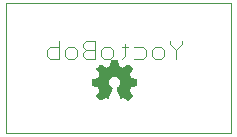
<source format=gbo>
G04 Layer_Color=32896*
%FSLAX44Y44*%
%MOMM*%
G71*
G01*
G75*
%ADD14C,0.1000*%
%ADD15C,0.1016*%
%ADD29C,0.0254*%
D14*
X1009000Y618235D02*
Y615696D01*
X1003922Y610617D01*
X998843Y615696D01*
Y618235D01*
X1003922Y610617D02*
Y603000D01*
X991226D02*
X986147D01*
X983608Y605539D01*
Y610617D01*
X986147Y613157D01*
X991226D01*
X993765Y610617D01*
Y605539D01*
X991226Y603000D01*
X968373Y613157D02*
X975991D01*
X978530Y610617D01*
Y605539D01*
X975991Y603000D01*
X968373D01*
X960756Y615696D02*
Y613157D01*
X963295D01*
X958216D01*
X960756D01*
Y605539D01*
X958216Y603000D01*
X948060D02*
X942981D01*
X940442Y605539D01*
Y610617D01*
X942981Y613157D01*
X948060D01*
X950599Y610617D01*
Y605539D01*
X948060Y603000D01*
X935364Y618235D02*
Y603000D01*
X927746D01*
X925207Y605539D01*
Y608078D01*
X927746Y610617D01*
X935364D01*
X927746D01*
X925207Y613157D01*
Y615696D01*
X927746Y618235D01*
X935364D01*
X917590Y603000D02*
X912511D01*
X909972Y605539D01*
Y610617D01*
X912511Y613157D01*
X917590D01*
X920129Y610617D01*
Y605539D01*
X917590Y603000D01*
X904894Y618235D02*
Y603000D01*
X897276D01*
X894737Y605539D01*
Y608078D01*
Y610617D01*
X897276Y613157D01*
X904894D01*
D15*
X860000Y650000D02*
X860000Y540000D01*
X860000Y650000D02*
X1050000D01*
X1050000Y650000D02*
X1050000Y650000D01*
X1050000Y540000D02*
Y650000D01*
X860000Y540000D02*
X1050000D01*
D29*
X948792Y601874D02*
X953617D01*
X948538Y601620D02*
X953872D01*
X948538Y601366D02*
X953872D01*
X948538Y601112D02*
X953872D01*
X948538Y600858D02*
X954126D01*
X948538Y600604D02*
X954126D01*
X948283Y600350D02*
X954126D01*
X948283Y600096D02*
X954126D01*
X948283Y599842D02*
X954126D01*
X948283Y599588D02*
X954380D01*
X948283Y599334D02*
X954380D01*
X948029Y599080D02*
X954380D01*
X948029Y598826D02*
X954380D01*
X948029Y598572D02*
X954380D01*
X948029Y598318D02*
X954633D01*
X939648Y598064D02*
X940155D01*
X948029D02*
X954633D01*
X962507D02*
X963016D01*
X939393Y597810D02*
X940409D01*
X947775D02*
X954633D01*
X962000D02*
X963016D01*
X939139Y597556D02*
X940918D01*
X947775D02*
X954633D01*
X961491D02*
X963523D01*
X938885Y597302D02*
X941425D01*
X947775D02*
X954633D01*
X961237D02*
X963777D01*
X938632Y597048D02*
X941680D01*
X947775D02*
X954887D01*
X960984D02*
X964032D01*
X938378Y596794D02*
X941934D01*
X947775D02*
X954887D01*
X960730D02*
X964286D01*
X938123Y596540D02*
X942188D01*
X947268D02*
X955396D01*
X960221D02*
X964539D01*
X937869Y596286D02*
X942695D01*
X946506D02*
X955903D01*
X959714D02*
X964793D01*
X937616Y596032D02*
X942950D01*
X945997D02*
X956665D01*
X959460D02*
X964793D01*
X937362Y595778D02*
X943457D01*
X945236D02*
X957428D01*
X958951D02*
X965302D01*
X937107Y595524D02*
X943966D01*
X944473D02*
X957935D01*
X958698D02*
X965555D01*
X936853Y595270D02*
X965809D01*
X936600Y595016D02*
X966064D01*
X936346Y594762D02*
X966318D01*
X936346Y594508D02*
X966318D01*
X936346Y594254D02*
X966064D01*
X936600Y594000D02*
X966064D01*
X936853Y593746D02*
X965809D01*
X937107Y593492D02*
X965555D01*
X937107Y593238D02*
X965302D01*
X937362Y592984D02*
X965302D01*
X937616Y592730D02*
X965048D01*
X937616Y592476D02*
X964793D01*
X937869Y592222D02*
X964793D01*
X938123Y591968D02*
X964539D01*
X938123Y591714D02*
X964286D01*
X938378Y591460D02*
X964286D01*
X938632Y591206D02*
X964032D01*
X938632Y590952D02*
X963777D01*
X938885Y590698D02*
X963523D01*
X939139Y590444D02*
X963523D01*
X938885Y590190D02*
X963523D01*
X938885Y589936D02*
X963523D01*
X938632Y589682D02*
X963777D01*
X938632Y589428D02*
X963777D01*
X938632Y589174D02*
X964032D01*
X938378Y588920D02*
X964032D01*
X938378Y588666D02*
X964286D01*
X938123Y588412D02*
X950315D01*
X952094D02*
X964286D01*
X938123Y588158D02*
X949554D01*
X953110D02*
X964539D01*
X938123Y587904D02*
X948792D01*
X953617D02*
X964539D01*
X937869Y587650D02*
X948538D01*
X954126D02*
X964539D01*
X937869Y587396D02*
X948029D01*
X954380D02*
X964793D01*
X937869Y587142D02*
X947775D01*
X954633D02*
X964793D01*
X937616Y586888D02*
X947522D01*
X954887D02*
X964793D01*
X936600Y586634D02*
X947268D01*
X955396D02*
X965809D01*
X935583Y586380D02*
X947013D01*
X955396D02*
X967079D01*
X934314Y586126D02*
X947013D01*
X955649D02*
X968350D01*
X932790Y585872D02*
X946759D01*
X955903D02*
X969620D01*
X932535Y585618D02*
X946506D01*
X955903D02*
X970127D01*
X932535Y585364D02*
X946506D01*
X955903D02*
X970127D01*
X932535Y585110D02*
X946252D01*
X956158D02*
X970127D01*
X932535Y584856D02*
X946252D01*
X956158D02*
X970127D01*
X932535Y584602D02*
X946252D01*
X956412D02*
X970127D01*
X932535Y584348D02*
X946252D01*
X956412D02*
X970127D01*
X932535Y584094D02*
X945997D01*
X956412D02*
X970127D01*
X932535Y583840D02*
X945997D01*
X956412D02*
X970127D01*
X932535Y583586D02*
X945997D01*
X956412D02*
X970127D01*
X932535Y583332D02*
X945997D01*
X956412D02*
X970127D01*
X932535Y583078D02*
X945997D01*
X956412D02*
X970127D01*
X932535Y582824D02*
X945997D01*
X956412D02*
X970127D01*
X932535Y582570D02*
X945997D01*
X956412D02*
X970127D01*
X932535Y582316D02*
X945997D01*
X956412D02*
X970127D01*
X932535Y582062D02*
X946252D01*
X956412D02*
X970127D01*
X932535Y581808D02*
X946252D01*
X956412D02*
X970127D01*
X932535Y581554D02*
X946252D01*
X956158D02*
X970127D01*
X932535Y581300D02*
X946252D01*
X956158D02*
X970127D01*
X932535Y581046D02*
X946506D01*
X955903D02*
X970127D01*
X932535Y580792D02*
X946506D01*
X955903D02*
X970127D01*
X933298Y580538D02*
X946759D01*
X955649D02*
X969365D01*
X934567Y580284D02*
X947013D01*
X955649D02*
X967841D01*
X935837Y580030D02*
X947268D01*
X955396D02*
X966572D01*
X937107Y579776D02*
X947268D01*
X955396D02*
X965302D01*
X937616Y579522D02*
X947522D01*
X955142D02*
X965048D01*
X937616Y579268D02*
X947775D01*
X954633D02*
X964793D01*
X937869Y579014D02*
X948283D01*
X954380D02*
X964793D01*
X937869Y578760D02*
X948538D01*
X953872D02*
X964793D01*
X937869Y578506D02*
X948792D01*
X953617D02*
X964793D01*
X938123Y578252D02*
X949299D01*
X953363D02*
X964539D01*
X938123Y577998D02*
X949299D01*
X953363D02*
X964539D01*
X938123Y577744D02*
X949045D01*
X953363D02*
X964286D01*
X938378Y577490D02*
X949045D01*
X953617D02*
X964286D01*
X938378Y577236D02*
X948792D01*
X953617D02*
X964032D01*
X938632Y576982D02*
X948792D01*
X953872D02*
X964032D01*
X938632Y576728D02*
X948538D01*
X953872D02*
X964032D01*
X938632Y576474D02*
X948538D01*
X953872D02*
X963777D01*
X938885Y576220D02*
X948538D01*
X954126D02*
X963777D01*
X938885Y575966D02*
X948283D01*
X954126D02*
X963523D01*
X938885Y575712D02*
X948283D01*
X954380D02*
X963777D01*
X938632Y575458D02*
X948029D01*
X954380D02*
X963777D01*
X938378Y575204D02*
X948029D01*
X954633D02*
X964032D01*
X938378Y574950D02*
X947775D01*
X954633D02*
X964286D01*
X938123Y574696D02*
X947775D01*
X954887D02*
X964286D01*
X938123Y574442D02*
X947775D01*
X954887D02*
X964539D01*
X937869Y574188D02*
X947775D01*
X954887D02*
X964793D01*
X937616Y573934D02*
X947522D01*
X955142D02*
X964793D01*
X937362Y573680D02*
X947268D01*
X955142D02*
X965048D01*
X937362Y573426D02*
X947268D01*
X955396D02*
X965302D01*
X937107Y573172D02*
X947268D01*
X955396D02*
X965302D01*
X936853Y572918D02*
X947013D01*
X955396D02*
X965555D01*
X936853Y572664D02*
X947013D01*
X955649D02*
X965809D01*
X936600Y572410D02*
X946759D01*
X955649D02*
X966064D01*
X936346Y572156D02*
X946759D01*
X955649D02*
X966064D01*
X936346Y571902D02*
X946506D01*
X955903D02*
X966318D01*
X936346Y571648D02*
X946506D01*
X955903D02*
X966064D01*
X936600Y571394D02*
X946506D01*
X956158D02*
X965809D01*
X936853Y571140D02*
X946252D01*
X956158D02*
X965555D01*
X937107Y570886D02*
X946252D01*
X956412D02*
X965302D01*
X937362Y570632D02*
X943457D01*
X944220D02*
X945997D01*
X956412D02*
X958189D01*
X959205D02*
X965048D01*
X937616Y570378D02*
X943204D01*
X944727D02*
X945997D01*
X956412D02*
X957682D01*
X959460D02*
X964793D01*
X937869Y570124D02*
X942441D01*
X945490D02*
X945743D01*
X956665D02*
X957173D01*
X959967D02*
X964539D01*
X938123Y569870D02*
X942188D01*
X960475D02*
X964286D01*
X938378Y569616D02*
X941934D01*
X960730D02*
X964032D01*
X938632Y569362D02*
X941680D01*
X960984D02*
X963777D01*
X938885Y569108D02*
X941171D01*
X961237D02*
X963523D01*
X939139Y568854D02*
X940664D01*
X961746D02*
X963270D01*
X939393Y568600D02*
X940409D01*
X962000D02*
X963016D01*
X962507Y568346D02*
X962762D01*
M02*

</source>
